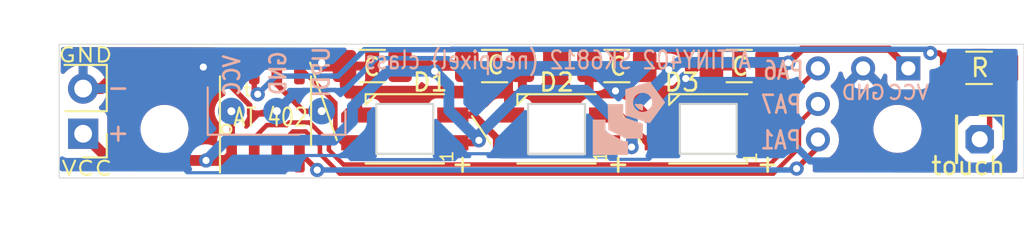
<source format=kicad_pcb>
(kicad_pcb (version 20221018) (generator pcbnew)
  (layers (0 "F.Cu" signal) (31 "B.Cu" signal) (34 "B.Paste" user) (35 "F.Paste" user) (36 "B.SilkS" user "B.Silkscreen") (37 "F.SilkS" user "F.Silkscreen") (38 "B.Mask" user) (39 "F.Mask" user) (44 "Edge.Cuts" user))
  (net 0 "")
  (net 1 "Net-(D1-VDD)")
  (net 2 "Net-(D1-DOUT)")
  (net 3 "Net-(D1-DIN)")
  (net 4 "Net-(D2-DOUT)")
  (net 5 "Net-(J1-Pin_1)")
  (net 6 "Net-(J2-Pin_3)")
  (net 7 "Net-(J2-Pin_2)")
  (net 8 "GNDREF")
  (net 9 "Net-(J3-Pin_1)")
  (net 10 "Net-(U1-PA3)")
  (net 11 "Net-(J2-Pin_1)")
  (footprint "Connector_PinHeader_2.54mm:PinHeader_1x02_P2.54mm_Vertical" (layer "F.Cu") (at 75.692 41.1954 180)
    (fp_text reference "J4" hide)
    (fp_text value "Conn_01x02")
    (fp_line (start -1.33 -1.33) (end 0 -1.33) (stroke (width 0.12)) (layer "F.SilkS"))
    (fp_line (start -1.33 0) (end -1.33 -1.33) (stroke (width 0.12)) (layer "F.SilkS"))
    (fp_line (start -1.33 1.27) (end -1.33 3.87) (stroke (width 0.12)) (layer "F.SilkS"))
    (fp_line (start -1.33 1.27) (end 1 1.27) (stroke (width 0.12)) (layer "F.SilkS"))
    (fp_line (start -1.33 3.87) (end 1.05 3.87) (stroke (width 0.12)) (layer "F.SilkS"))
    (pad "1" thru_hole rect (at 0 0 180) (size 1.7 1.7) (drill 1) (layers "*.Cu" "*.Mask") (net 1 "Net-(D1-VDD)"))
    (pad "2" thru_hole oval (at 0 2.54 180) (size 1.7 1.7) (drill 1) (layers "*.Cu" "*.Mask") (net 8 "GNDREF"))
  )
  (footprint "attiny84:Pin_1x01_P2.00mm_Vertical" (layer "F.Cu") (at 119.5324 37.5204)
    (fp_text reference "J6" hide)
    (fp_text value "Conn_01x01_Pin")
    (pad "1" thru_hole circle (at 0 0) (size 1.35 1.35) (drill 0.8) (layers "*.Cu" "*.Mask") (net 8 "GNDREF"))
  )
  (footprint "Capacitor_SMD:C_1206_3216Metric_Pad1.33x1.80mm_HandSolder" (layer "F.Cu") (at 112.568234 37.3888 180)
    (fp_text reference "C1" hide)
    (fp_text value ".1")
    (fp_line (start -0.711252 -0.91) (end 0.711252 -0.91) (stroke (width 0.12)) (layer "F.SilkS"))
    (fp_line (start -0.711252 0.91) (end 0.711252 0.91) (stroke (width 0.12)) (layer "F.SilkS"))
    (pad "1" smd roundrect (at -1.5625 0 180) (size 1.325 1.8) (layers "F.Cu" "F.Paste" "F.Mask") (roundrect_rratio 0.188679) (net 1 "Net-(D1-VDD)"))
    (pad "2" smd roundrect (at 1.5625 0 180) (size 1.325 1.8) (layers "F.Cu" "F.Paste" "F.Mask") (roundrect_rratio 0.188679) (net 8 "GNDREF"))
  )
  (footprint "attiny84:LED_SK6812E_PLCC4_3.5x3.5mm_P1.75mm_handsolder" (layer "F.Cu") (at 93.7704 40.9204 180)
    (fp_text reference "D1" (at -1.4296 2.6204) (layer "F.SilkS"))
    (fp_text value "SK6812")
    (fp_text user "1" (at -2.3686 -1.5484 90) (layer "F.SilkS") (effects (font (size 0.7 0.7) (thickness 0.1))))
    (fp_line (start -2.2 -1.95) (end 2.2 -1.95) (stroke (width 0.12)) (layer "F.SilkS"))
    (fp_line (start -2.2 1.95) (end 2.2 1.95) (stroke (width 0.12)) (layer "F.SilkS"))
    (fp_line (start 1.6 1.95) (end 2.2 1.35) (stroke (width 0.12)) (layer "F.SilkS"))
    (fp_line (start 2.2 1.95) (end 2.2 1.35) (stroke (width 0.12)) (layer "F.SilkS"))
    (fp_rect (start -1.6 -1.4) (end 1.6 1.4) (stroke (width 0.12)) (fill none) (layer "Edge.Cuts"))
    (pad "1" smd rect (at -2.7 -0.78 180) (size 1.75 0.85) (layers "F.Cu" "F.Paste" "F.Mask") (net 1 "Net-(D1-VDD)"))
    (pad "2" smd rect (at -2.7 0.78 180) (size 1.75 0.85) (layers "F.Cu" "F.Paste" "F.Mask") (net 2 "Net-(D1-DOUT)"))
    (pad "3" smd roundrect (at 2.7 0.78 180) (size 1.75 0.85) (layers "F.Cu" "F.Paste" "F.Mask") (roundrect_rratio 0) (chamfer_ratio 0.4) (chamfer bottom_right) (net 8 "GNDREF"))
    (pad "4" smd rect (at 2.7 -0.78 180) (size 1.75 0.85) (layers "F.Cu" "F.Paste" "F.Mask") (net 3 "Net-(D1-DIN)"))
  )
  (footprint "Resistor_SMD:R_1206_3216Metric_Pad1.30x1.75mm_HandSolder" (layer "F.Cu") (at 126.05 37.4904)
    (fp_text reference "R1" hide)
    (fp_text value "10K")
    (fp_line (start -0.727064 -0.91) (end 0.727064 -0.91) (stroke (width 0.12)) (layer "F.SilkS"))
    (fp_line (start -0.727064 0.91) (end 0.727064 0.91) (stroke (width 0.12)) (layer "F.SilkS"))
    (pad "1" smd roundrect (at -1.55 0) (size 1.3 1.75) (layers "F.Cu" "F.Paste" "F.Mask") (roundrect_rratio 0.192308) (net 10 "Net-(U1-PA3)"))
    (pad "2" smd roundrect (at 1.55 0) (size 1.3 1.75) (layers "F.Cu" "F.Paste" "F.Mask") (roundrect_rratio 0.192308) (net 5 "Net-(J1-Pin_1)"))
  )
  (footprint "Connector_PinHeader_2.54mm:PinHeader_1x01_P2.54mm_Vertical" (layer "F.Cu") (at 126.0856 41.5036 -90)
    (fp_text reference "J1" hide)
    (fp_text value "Conn_01x01_Pin")
    (fp_line (start -1.33 -1.33) (end 0 -1.33) (stroke (width 0.12)) (layer "F.SilkS"))
    (fp_line (start -1.33 0) (end -1.33 -1.33) (stroke (width 0.12)) (layer "F.SilkS"))
    (fp_line (start -1.33 1.27) (end -1.33 1.33) (stroke (width 0.12)) (layer "F.SilkS"))
    (fp_line (start -1.33 1.27) (end 1.33 1.27) (stroke (width 0.12)) (layer "F.SilkS"))
    (fp_line (start -1.33 1.33) (end 1.33 1.33) (stroke (width 0.12)) (layer "F.SilkS"))
    (fp_line (start 1.33 1.27) (end 1.33 1.33) (stroke (width 0.12)) (layer "F.SilkS"))
    (pad "1" thru_hole roundrect (at 0 0 270) (size 1.6 1.6) (drill 0.9) (layers "*.Cu" "*.Mask") (roundrect_rratio 0) (chamfer_ratio 0.2) (chamfer top_left top_right bottom_left bottom_right) (net 5 "Net-(J1-Pin_1)"))
  )
  (footprint "Capacitor_SMD:C_1206_3216Metric_Pad1.33x1.80mm_HandSolder" (layer "F.Cu") (at 105.6933 37.3888 180)
    (fp_text reference "C4" hide)
    (fp_text value ".1")
    (fp_line (start -0.711252 -0.91) (end 0.711252 -0.91) (stroke (width 0.12)) (layer "F.SilkS"))
    (fp_line (start -0.711252 0.91) (end 0.711252 0.91) (stroke (width 0.12)) (layer "F.SilkS"))
    (pad "1" smd roundrect (at -1.5625 0 180) (size 1.325 1.8) (layers "F.Cu" "F.Paste" "F.Mask") (roundrect_rratio 0.188679) (net 1 "Net-(D1-VDD)"))
    (pad "2" smd roundrect (at 1.5625 0 180) (size 1.325 1.8) (layers "F.Cu" "F.Paste" "F.Mask") (roundrect_rratio 0.188679) (net 8 "GNDREF"))
  )
  (footprint "attiny84:LED_SK6812E_PLCC4_3.5x3.5mm_P1.75mm_handsolder" (layer "F.Cu") (at 110.8308 40.9204 180)
    (fp_text reference "D3" (at 1.4838 2.6172) (layer "F.SilkS"))
    (fp_text value "SK6812")
    (fp_text user "1" (at -2.377 -1.6246 90) (layer "F.SilkS") (effects (font (size 0.7 0.7) (thickness 0.1))))
    (fp_line (start -2.2 -1.95) (end 2.2 -1.95) (stroke (width 0.12)) (layer "F.SilkS"))
    (fp_line (start -2.2 1.95) (end 2.2 1.95) (stroke (width 0.12)) (layer "F.SilkS"))
    (fp_line (start 1.6 1.95) (end 2.2 1.35) (stroke (width 0.12)) (layer "F.SilkS"))
    (fp_line (start 2.2 1.95) (end 2.2 1.35) (stroke (width 0.12)) (layer "F.SilkS"))
    (fp_rect (start -1.6 -1.4) (end 1.6 1.4) (stroke (width 0.12)) (fill none) (layer "Edge.Cuts"))
    (pad "1" smd rect (at -2.7 -0.78 180) (size 1.75 0.85) (layers "F.Cu" "F.Paste" "F.Mask") (net 1 "Net-(D1-VDD)"))
    (pad "2" smd rect (at -2.7 0.78 180) (size 1.75 0.85) (layers "F.Cu" "F.Paste" "F.Mask"))
    (pad "3" smd roundrect (at 2.7 0.78 180) (size 1.75 0.85) (layers "F.Cu" "F.Paste" "F.Mask") (roundrect_rratio 0) (chamfer_ratio 0.4) (chamfer bottom_right) (net 8 "GNDREF"))
    (pad "4" smd rect (at 2.7 -0.78 180) (size 1.75 0.85) (layers "F.Cu" "F.Paste" "F.Mask") (net 4 "Net-(D2-DOUT)"))
  )
  (footprint "Capacitor_SMD:C_1206_3216Metric_Pad1.33x1.80mm_HandSolder" (layer "F.Cu") (at 98.818367 37.3888)
    (fp_text reference "C3" hide)
    (fp_text value ".1")
    (fp_line (start -0.711252 -0.91) (end 0.711252 -0.91) (stroke (width 0.12)) (layer "F.SilkS"))
    (fp_line (start -0.711252 0.91) (end 0.711252 0.91) (stroke (width 0.12)) (layer "F.SilkS"))
    (pad "1" smd roundrect (at -1.5625 0) (size 1.325 1.8) (layers "F.Cu" "F.Paste" "F.Mask") (roundrect_rratio 0.188679) (net 1 "Net-(D1-VDD)"))
    (pad "2" smd roundrect (at 1.5625 0) (size 1.325 1.8) (layers "F.Cu" "F.Paste" "F.Mask") (roundrect_rratio 0.188679) (net 8 "GNDREF"))
  )
  (footprint "attiny84:Pin_1x01_P2.00mm_Vertical" (layer "F.Cu") (at 122.0724 37.5204)
    (fp_text reference "J5" hide)
    (fp_text value "Conn_01x01_Pin")
    (pad "1" thru_hole rect (at 0 0) (size 1.35 1.35) (drill 0.8) (layers "*.Cu" "*.Mask") (net 1 "Net-(D1-VDD)"))
  )
  (footprint "MountingHole:MountingHole_2.2mm_M2" (layer "F.Cu") (at 121.4628 40.9204)
    (fp_text reference "H2" hide)
    (fp_text value "MountingHole")
    (pad "" np_thru_hole circle (at 0 0) (size 2.2 2.2) (drill 2.2) (layers "*.Cu" "*.Mask"))
  )
  (footprint "Package_SO:SOIC-8_3.9x4.9mm_P1.27mm" (layer "F.Cu") (at 85.943 39.9204 90)
    (fp_text reference "U1" hide)
    (fp_text value "ATtiny402-SS")
    (fp_line (start 0 -2.56) (end -3.45 -2.56) (stroke (width 0.12)) (layer "F.SilkS"))
    (fp_line (start 0 -2.56) (end 1.95 -2.56) (stroke (width 0.12)) (layer "F.SilkS"))
    (fp_line (start 0 2.56) (end -1.95 2.56) (stroke (width 0.12)) (layer "F.SilkS"))
    (fp_line (start 0 2.56) (end 1.95 2.56) (stroke (width 0.12)) (layer "F.SilkS"))
    (pad "1" smd roundrect (at -2.475 -1.905 90) (size 1.95 0.6) (layers "F.Cu" "F.Paste" "F.Mask") (net 1 "Net-(D1-VDD)"))
    (pad "2" smd roundrect (at -2.475 -0.635 90) (size 1.95 0.6) (layers "F.Cu" "F.Paste" "F.Mask") (net 11 "Net-(J2-Pin_1)"))
    (pad "3" smd roundrect (at -2.475 0.635 90) (size 1.95 0.6) (layers "F.Cu" "F.Paste" "F.Mask") (net 7 "Net-(J2-Pin_2)"))
    (pad "4" smd roundrect (at -2.475 1.905 90) (size 1.95 0.6) (layers "F.Cu" "F.Paste" "F.Mask") (net 6 "Net-(J2-Pin_3)"))
    (pad "5" smd roundrect (at 2.475 1.905 90) (size 1.95 0.6) (layers "F.Cu" "F.Paste" "F.Mask") (net 3 "Net-(D1-DIN)"))
    (pad "6" smd roundrect (at 2.475 0.635 90) (size 1.95 0.6) (layers "F.Cu" "F.Paste" "F.Mask") (net 9 "Net-(J3-Pin_1)"))
    (pad "7" smd roundrect (at 2.475 -0.635 90) (size 1.95 0.6) (layers "F.Cu" "F.Paste" "F.Mask") (net 10 "Net-(U1-PA3)"))
    (pad "8" smd roundrect (at 2.475 -1.905 90) (size 1.95 0.6) (layers "F.Cu" "F.Paste" "F.Mask") (net 8 "GNDREF"))
  )
  (footprint "attiny84:LED_SK6812E_PLCC4_3.5x3.5mm_P1.75mm_handsolder" (layer "F.Cu") (at 102.3006 40.9204 180)
    (fp_text reference "D2" (at -0.0106 2.6172) (layer "F.SilkS"))
    (fp_text value "SK6812")
    (fp_text user "1" (at -2.4744 -1.5484 90) (layer "F.SilkS") (effects (font (size 0.7 0.7) (thickness 0.1))))
    (fp_line (start -2.2 -1.95) (end 2.2 -1.95) (stroke (width 0.12)) (layer "F.SilkS"))
    (fp_line (start -2.2 1.95) (end 2.2 1.95) (stroke (width 0.12)) (layer "F.SilkS"))
    (fp_line (start 1.6 1.95) (end 2.2 1.35) (stroke (width 0.12)) (layer "F.SilkS"))
    (fp_line (start 2.2 1.95) (end 2.2 1.35) (stroke (width 0.12)) (layer "F.SilkS"))
    (fp_rect (start -1.6 -1.4) (end 1.6 1.4) (stroke (width 0.12)) (fill none) (layer "Edge.Cuts"))
    (pad "1" smd rect (at -2.7 -0.78 180) (size 1.75 0.85) (layers "F.Cu" "F.Paste" "F.Mask") (net 1 "Net-(D1-VDD)"))
    (pad "2" smd rect (at -2.7 0.78 180) (size 1.75 0.85) (layers "F.Cu" "F.Paste" "F.Mask") (net 4 "Net-(D2-DOUT)"))
    (pad "3" smd roundrect (at 2.7 0.78 180) (size 1.75 0.85) (layers "F.Cu" "F.Paste" "F.Mask") (roundrect_rratio 0) (chamfer_ratio 0.4) (chamfer bottom_right) (net 8 "GNDREF"))
    (pad "4" smd rect (at 2.7 -0.78 180) (size 1.75 0.85) (layers "F.Cu" "F.Paste" "F.Mask") (net 2 "Net-(D1-DOUT)"))
  )
  (footprint "MountingHole:MountingHole_2.2mm_M2" (layer "F.Cu") (at 80.264 40.9204)
    (fp_text reference "H1" hide)
    (fp_text value "MountingHole")
    (pad "" np_thru_hole circle (at 0 0) (size 2.2 2.2) (drill 2.2) (layers "*.Cu" "*.Mask"))
  )
  (footprint "Capacitor_SMD:C_1206_3216Metric_Pad1.33x1.80mm_HandSolder" (layer "F.Cu") (at 91.943434 37.3888 180)
    (fp_text reference "C2" hide)
    (fp_text value ".1")
    (fp_line (start -0.711252 -0.91) (end 0.711252 -0.91) (stroke (width 0.12)) (layer "F.SilkS"))
    (fp_line (start -0.711252 0.91) (end 0.711252 0.91) (stroke (width 0.12)) (layer "F.SilkS"))
    (pad "1" smd roundrect (at -1.5625 0 180) (size 1.325 1.8) (layers "F.Cu" "F.Paste" "F.Mask") (roundrect_rratio 0.188679) (net 1 "Net-(D1-VDD)"))
    (pad "2" smd roundrect (at 1.5625 0 180) (size 1.325 1.8) (layers "F.Cu" "F.Paste" "F.Mask") (roundrect_rratio 0.188679) (net 8 "GNDREF"))
  )
  (footprint "attiny84:PinHeader_1x03_P2.00mm_Vertical_round" (layer "F.Cu") (at 116.9924 37.5204)
    (fp_text reference "J2" hide)
    (fp_text value "Conn_01x03_Pin")
    (pad "1" thru_hole circle (at 0 0) (size 1.35 1.35) (drill 0.8) (layers "*.Cu" "*.Mask") (net 11 "Net-(J2-Pin_1)"))
    (pad "2" thru_hole oval (at 0 2) (size 1.35 1.35) (drill 0.8) (layers "*.Cu" "*.Mask") (net 7 "Net-(J2-Pin_2)"))
    (pad "3" thru_hole oval (at 0 4) (size 1.35 1.35) (drill 0.8) (layers "*.Cu" "*.Mask") (net 6 "Net-(J2-Pin_3)"))
  )
  (footprint "attiny84:PinHeader_1x03_P2.54mm_Vertical_smd" (layer "B.Cu") (at 89.1032 39.9204 90)
    (fp_text reference "J3" hide)
    (fp_text value "Conn_01x03_Pin")
    (fp_line (start -1.33 -6.41) (end 1.33 -6.41) (stroke (width 0.12)) (layer "B.SilkS"))
    (fp_line (start -1.33 -1.27) (end -1.33 -6.41) (stroke (width 0.12)) (layer "B.SilkS"))
    (fp_line (start -1.33 0) (end -1.33 1.33) (stroke (width 0.12)) (layer "B.SilkS"))
    (fp_line (start -1.33 1.33) (end 0 1.33) (stroke (width 0.12)) (layer "B.SilkS"))
    (pad "1" smd circle (at 0 0 90) (size 1.5 1.5) (layers "B.Cu" "B.Paste" "B.Mask") (net 9 "Net-(J3-Pin_1)"))
    (pad "2" smd circle (at 0 -2.54 90) (size 1.5 1.5) (layers "B.Cu" "B.Paste" "B.Mask") (net 8 "GNDREF"))
    (pad "3" smd circle (at 0 -5.08 90) (size 1.5 1.5) (layers "B.Cu" "B.Paste" "B.Mask") (net 1 "Net-(D1-VDD)"))
  )
  (gr_poly (pts (xy 106.052001 40.252539) (xy 106.05 39.526162) (xy 105.327616 39.530861) (xy 105.309275 39.527496) (xy 105.291657 39.525086) (xy 105.274868 39.523771) (xy 105.266817 39.523567) (xy 105.259014 39.523689) (xy 105.251471 39.524154) (xy 105.2442 39.52498) (xy 105.237217 39.526184) (xy 105.230533 39.527784) (xy 105.224162 39.529797) (xy 105.218117 39.53224) (xy 105.212412 39.53513) (xy 105.207058 39.538486) (xy 105.202071 39.542325) (xy 105.197462 39.546664) (xy 105.193246 39.55152) (xy 105.189434 39.556911) (xy 105.186042 39.562854) (xy 105.18308 39.569367) (xy 105.180564 39.576467) (xy 105.178506 39.584172) (xy 105.176919 39.592498) (xy 105.175816 39.601464) (xy 105.175211 39.611087) (xy 105.175117 39.621384) (xy 105.175546 39.632373) (xy 105.176513 39.644071) (xy 105.178031 39.656495) (xy 105.180112 39.669663) (xy 105.207711 40.975941) (xy 106.197901 41.470988) (xy 106.979495 41.466288) (xy 106.997848 41.465567) (xy 107.015442 41.465868) (xy 107.048072 41.467875) (xy 107.062971 41.468749) (xy 107.076833 41.468984) (xy 107.089591 41.468163) (xy 107.095533 41.467227) (xy 107.101174 41.46587) (xy 107.106503 41.464043) (xy 107.111513 41.461691) (xy 107.116196 41.458764) (xy 107.120541 41.45521) (xy 107.124541 41.450976) (xy 107.128187 41.44601) (xy 107.131471 41.440261) (xy 107.134383 41.433677) (xy 107.136916 41.426205) (xy 107.13906 41.417794) (xy 107.140807 41.408392) (xy 107.142148 41.397947) (xy 107.143076 41.386406) (xy 107.14358 41.373719) (xy 107.143652 41.359832) (xy 107.143285 41.344695) (xy 107.161172 40.634949)) (fill solid) (layer "B.SilkS"))
  (gr_poly (pts (xy 106.313056 41.607333) (xy 106.053179 41.6052) (xy 105.055571 41.054158) (xy 105.055571 40.398146) (xy 104.335488 40.398146) (xy 104.335488 42.385989) (xy 106.319855 42.385989)) (fill solid) (layer "B.SilkS"))
  (gr_poly (pts (xy 107.160517 39.596178) (xy 107.159508 39.591741) (xy 107.158137 39.587339) (xy 107.156423 39.582981) (xy 107.154385 39.578677) (xy 107.152043 39.574438) (xy 107.149414 39.570273) (xy 107.14652 39.566192) (xy 107.143377 39.562205) (xy 107.140006 39.558322) (xy 107.136425 39.554552) (xy 107.132654 39.550907) (xy 107.128712 39.547394) (xy 107.124617 39.544025) (xy 107.120389 39.540809) (xy 107.116046 39.537756) (xy 107.111609 39.534877) (xy 107.107095 39.53218) (xy 107.102524 39.529676) (xy 107.097915 39.527374) (xy 107.093287 39.525285) (xy 107.088659 39.523419) (xy 107.08405 39.521784) (xy 107.079479 39.520392) (xy 107.074965 39.519252) (xy 107.070528 39.518374) (xy 107.066186 39.517768) (xy 107.061958 39.517443) (xy 107.057863 39.51741) (xy 107.053921 39.517679) (xy 107.050151 39.518259) (xy 107.046571 39.51916) (xy 106.682593 39.517159) (xy 106.699787 39.551724) (xy 106.720085 39.586193) (xy 106.743177 39.620256) (xy 106.768756 39.653606) (xy 106.796513 39.685934) (xy 106.826139 39.716932) (xy 106.857327 39.746293) (xy 106.889767 39.773707) (xy 106.923152 39.798866) (xy 106.957173 39.821462) (xy 106.991521 39.841187) (xy 107.025889 39.857732) (xy 107.042984 39.864716) (xy 107.059968 39.87079) (xy 107.076802 39.875914) (xy 107.093449 39.880051) (xy 107.109869 39.883162) (xy 107.126024 39.885208) (xy 107.141876 39.886151) (xy 107.157386 39.885953) (xy 107.161145 39.60064)) (fill solid) (layer "B.SilkS"))
  (gr_poly (pts (xy 107.538052 38.254878) (xy 106.167155 38.697779) (xy 106.167155 40.161811) (xy 107.140755 40.474475) (xy 107.140755 39.966357) (xy 107.114162 39.965688) (xy 107.08775 39.963713) (xy 107.061563 39.96045) (xy 107.035645 39.955918) (xy 107.010039 39.950134) (xy 106.984791 39.943116) (xy 106.959943 39.934884) (xy 106.93554 39.925455) (xy 106.911626 39.914847) (xy 106.888245 39.903079) (xy 106.86544 39.890169) (xy 106.843256 39.876136) (xy 106.821736 39.860996) (xy 106.800925 39.844769) (xy 106.780867 39.827473) (xy 106.761605 39.809126) (xy 106.743276 39.789848) (xy 106.725998 39.769773) (xy 106.70979 39.748947) (xy 106.69467 39.727412) (xy 106.680656 39.705212) (xy 106.667767 39.682391) (xy 106.65602 39.658993) (xy 106.645435 39.635062) (xy 106.636028 39.61064) (xy 106.627818 39.585772) (xy 106.620823 39.560501) (xy 106.615062 39.534872) (xy 106.610553 39.508927) (xy 106.607314 39.482711) (xy 106.605363 39.456267) (xy 106.604718 39.429638) (xy 106.605435 39.402058) (xy 106.607524 39.374841) (xy 106.61095 39.34802) (xy 106.61568 39.321629) (xy 106.621681 39.295702) (xy 106.628918 39.270271) (xy 106.637358 39.245372) (xy 106.646967 39.221037) (xy 106.657712 39.1973) (xy 106.669559 39.174195) (xy 106.682474 39.151756) (xy 106.696423 39.130015) (xy 106.711373 39.109007) (xy 106.72729 39.088765) (xy 106.74414 39.069324) (xy 106.761891 39.050716) (xy 106.780507 39.032975) (xy 106.799955 39.016134) (xy 106.820202 39.000229) (xy 106.841214 38.985291) (xy 106.862957 38.971355) (xy 106.885398 38.958455) (xy 106.908502 38.946623) (xy 106.932237 38.935894) (xy 106.956568 38.926302) (xy 106.981462 38.917879) (xy 107.006885 38.91066) (xy 107.032803 38.904678) (xy 107.059183 38.899966) (xy 107.085991 38.89656) (xy 107.113193 38.894491) (xy 107.140755 38.893794) (xy 107.167349 38.894439) (xy 107.193763 38.89639) (xy 107.219953 38.899629) (xy 107.245876 38.904138) (xy 107.271486 38.909899) (xy 107.296741 38.916894) (xy 107.321596 38.925104) (xy 107.346008 38.934511) (xy 107.369931 38.945097) (xy 107.393323 38.956843) (xy 107.41614 38.969733) (xy 107.438337 38.983747) (xy 107.45987 38.998867) (xy 107.480696 39.015075) (xy 107.50077 39.032353) (xy 107.520049 39.050683) (xy 107.538396 39.069945) (xy 107.555692 39.090004) (xy 107.571918 39.110815) (xy 107.587058 39.132335) (xy 107.601091 39.154519) (xy 107.614001 39.177324) (xy 107.625769 39.200706) (xy 107.636376 39.22462) (xy 107.645805 39.249023) (xy 107.654037 39.27387) (xy 107.661054 39.299119) (xy 107.666838 39.324724) (xy 107.671371 39.350642) (xy 107.674634 39.37683) (xy 107.676609 39.403242) (xy 107.677277 39.429822) (xy 107.676633 39.456418) (xy 107.674681 39.482847) (xy 107.671439 39.509052) (xy 107.666926 39.534989) (xy 107.66116 39.560613) (xy 107.654158 39.585882) (xy 107.645941 39.61075) (xy 107.636524 39.635173) (xy 107.625928 39.659109) (xy 107.614169 39.682511) (xy 107.601266 39.705337) (xy 107.587238 39.727543) (xy 107.572103 39.749084) (xy 107.555879 39.769916) (xy 107.538584 39.789996) (xy 107.520236 39.809279) (xy 107.500955 39.827629) (xy 107.480877 39.844926) (xy 107.460046 39.861152) (xy 107.438506 39.876289) (xy 107.416302 39.890319) (xy 107.393476 39.903224) (xy 107.370074 39.914985) (xy 107.346139 39.925583) (xy 107.321715 39.935002) (xy 107.296846 39.943222) (xy 107.271577 39.950226) (xy 107.24595 39.955995) (xy 107.220011 39.960511) (xy 107.193802 39.963755) (xy 107.167369 39.96571) (xy 107.140755 39.966357) (xy 107.140755 40.474475) (xy 107.5463 40.604712) (xy 108.404444 39.431735)) (fill solid) (layer "B.SilkS"))
  (gr_line (start 88.45 37.2) (end 89.95 41.55) (stroke (width 0.12)) (layer "F.SilkS"))
  (gr_circle (center 83.749634 40.9448) (end 83.851234 41.1988) (stroke (width 0.12)) (fill none) (layer "F.SilkS"))
  (gr_line (start 106 40.15) (end 107.05 41.65) (stroke (width 0.12)) (layer "F.SilkS"))
  (gr_line (start 97.55 40.2) (end 98.6 41.75) (stroke (width 0.12)) (layer "F.SilkS"))
  (gr_rect (start 74.3458 36.1612) (end 128.5732 43.6796) (stroke (width 0.05)) (fill none) (layer "Edge.Cuts"))
  (gr_text "PA1" (at 116.1288 42.1386) (layer "B.SilkS") (effects (font (size 1 0.8)) (justify left bottom mirror)))
  (gr_text "GND" (at 120.8532 39.3446) (layer "B.SilkS") (effects (font (size 0.8 0.8) (thickness 0.13)) (justify left bottom mirror)))
  (gr_text "PA6" (at 116.2812 38.227) (layer "B.SilkS") (effects (font (size 1 0.8)) (justify left bottom mirror)))
  (gr_text "UPDI" (at 89.6112 36.2204 90) (layer "B.SilkS") (effects (font (size 0.9 0.8)) (justify left bottom mirror)))
  (gr_text "-" (at 78.3844 39.1668) (layer "B.SilkS") (effects (font (size 1 1)) (justify left bottom mirror)))
  (gr_text "VCC" (at 84.582 36.6776 90) (layer "B.SilkS") (effects (font (size 0.9 0.8)) (justify left bottom mirror)))
  (gr_text "VCC" (at 123.317 39.3446) (layer "B.SilkS") (effects (font (size 0.8 0.8) (thickness 0.13)) (justify left bottom mirror)))
  (gr_text "ATTINY402 SK6812 (neopixel) class" (at 113.3094 37.6428) (layer "B.SilkS") (effects (font (size 1 0.8) (thickness 0.13)) (justify left bottom mirror)))
  (gr_text "PA7" (at 116.1542 40.132) (layer "B.SilkS") (effects (font (size 1 0.8)) (justify left bottom mirror)))
  (gr_text "GND" (at 87.1728 36.4744 90) (layer "B.SilkS") (effects (font (size 0.9 0.8)) (justify left bottom mirror)))
  (gr_text "+" (at 78.3844 41.7068) (layer "B.SilkS") (effects (font (size 1 1)) (justify left bottom mirror)))
  (gr_text "AT 402" (at 84.05 40.85) (layer "F.SilkS") (effects (font (size 1 0.8) (thickness 0.12)) (justify left bottom)))
  (gr_text "t" (at 84.65 39.15) (layer "F.SilkS") (effects (font (size 0.7 0.7) (thickness 0.1)) (justify left bottom)))
  (gr_text "touch" (at 123.2662 43.5864) (layer "F.SilkS") (effects (font (size 1 1)) (justify left bottom)))
  (gr_text "R" (at 125.5014 38.0746) (layer "F.SilkS") (effects (font (size 1 1)) (justify left bottom)))
  (gr_text "VCC" (at 74.3966 43.6118) (layer "F.SilkS") (effects (font (size 0.8 1) (thickness 0.12)) (justify left bottom)))
  (gr_text "+" (at 96.3 43.45) (layer "F.SilkS") (effects (font (size 1 1)) (justify left bottom)))
  (gr_text "C" (at 98.3234 37.9222) (layer "F.SilkS") (effects (font (size 1 0.9)) (justify left bottom)))
  (gr_text "C" (at 112.0648 37.9984) (layer "F.SilkS") (effects (font (size 1 0.9)) (justify left bottom)))
  (gr_text "+" (at 105.05 43.45) (layer "F.SilkS") (effects (font (size 1 1)) (justify left bottom)))
  (gr_text "GND" (at 74.2188 37.2364) (layer "F.SilkS") (effects (font (size 0.8 1) (thickness 0.12)) (justify left bottom)))
  (gr_text "C" (at 105.2068 37.9984) (layer "F.SilkS") (effects (font (size 1 0.9)) (justify left bottom)))
  (gr_text "C" (at 91.3638 38.0238) (layer "F.SilkS") (effects (font (size 1 0.9)) (justify left bottom)))
  (gr_text "+" (at 113.45 43.45) (layer "F.SilkS") (effects (font (size 1 1)) (justify left bottom)))
  (segment (start 84.074 42.3594) (end 84.038 42.3954) (width 0.3048) (layer "F.Cu") (net 1))
  (segment (start 115.0874 37.442337) (end 115.0874 38.675584) (width 0.4064) (layer "F.Cu") (net 1))
  (segment (start 115.328837 37.2009) (end 115.0874 37.442337) (width 0.4064) (layer "F.Cu") (net 1))
  (segment (start 114.8874 38.875584) (end 114.8874 41.2718) (width 0.4064) (layer "F.Cu") (net 1))
  (segment (start 83.738 42.6954) (end 84.038 42.3954) (width 0.6096) (layer "F.Cu") (net 1))
  (segment (start 120.9942 36.4422) (end 122.0724 37.5204) (width 0.4064) (layer "F.Cu") (net 1))
  (segment (start 115.0874 38.675584) (end 114.8874 38.875584) (width 0.4064) (layer "F.Cu") (net 1))
  (segment (start 75.692 41.1954) (end 77.192 42.6954) (width 0.6096) (layer "F.Cu") (net 1))
  (segment (start 97.217067 37.35) (end 97.255867 37.3888) (width 0.6096) (layer "F.Cu") (net 1))
  (segment (start 115.140937 37.3888) (end 113.605734 37.3888) (width 0.4064) (layer "F.Cu") (net 1))
  (segment (start 115.328837 37.2009) (end 115.140937 37.3888) (width 0.4064) (layer "F.Cu") (net 1))
  (segment (start 114.4588 41.7004) (end 113.4808 41.7004) (width 0.4064) (layer "F.Cu") (net 1))
  (segment (start 106.519005 41.943995) (end 105.194195 41.943995) (width 0.4064) (layer "F.Cu") (net 1))
  (segment (start 114.8874 41.2718) (end 114.4588 41.7004) (width 0.4064) (layer "F.Cu") (net 1))
  (segment (start 108.4072 37.3888) (end 106.7308 37.3888) (width 0.4064) (layer "F.Cu") (net 1))
  (segment (start 97.934343 41.563933) (end 97.797876 41.7004) (width 0.4064) (layer "F.Cu") (net 1))
  (segment (start 116.087537 36.4422) (end 120.9942 36.4422) (width 0.4064) (layer "F.Cu") (net 1))
  (segment (start 95.777 37.35) (end 97.217067 37.35) (width 0.6096) (layer "F.Cu") (net 1))
  (segment (start 95.45 37.677) (end 95.1618 37.3888) (width 0.6096) (layer "F.Cu") (net 1))
  (segment (start 95.45 37.677) (end 95.777 37.35) (width 0.6096) (layer "F.Cu") (net 1))
  (segment (start 97.797876 41.7004) (end 96.4204 41.7004) (width 0.4064) (layer "F.Cu") (net 1))
  (segment (start 115.328837 37.2009) (end 116.087537 36.4422) (width 0.4064) (layer "F.Cu") (net 1))
  (segment (start 82.6008 42.6954) (end 83.738 42.6954) (width 0.6096) (layer "F.Cu") (net 1))
  (segment (start 77.192 42.6954) (end 82.6008 42.6954) (width 0.6096) (layer "F.Cu") (net 1))
  (segment (start 108.6104 37.592) (end 108.4072 37.3888) (width 0.4064) (layer "F.Cu") (net 1))
  (segment (start 95.1618 37.3888) (end 93.505934 37.3888) (width 0.6096) (layer "F.Cu") (net 1))
  (segment (start 84.074 39.9288) (end 84.074 42.3594) (width 0.3048) (layer "F.Cu") (net 1))
  (segment (start 105.194195 41.943995) (end 104.9506 41.7004) (width 0.4064) (layer "F.Cu") (net 1))
  (via (at 108.6104 37.592) (size 0.8) (drill 0.4) (layers "F.Cu" "B.Cu") (net 1))
  (via (at 95.45 37.677) (size 0.8) (drill 0.4) (layers "F.Cu" "B.Cu") (net 1))
  (via (at 115.328837 37.2009) (size 0.8) (drill 0.4) (layers "F.Cu" "B.Cu") (net 1))
  (via (at 82.6008 42.6954) (size 0.8) (drill 0.4) (layers "F.Cu" "B.Cu") (net 1))
  (via (at 84.0232 39.9288) (size 0.85) (drill 0.45) (layers "F.Cu" "B.Cu") (net 1))
  (via (at 97.934343 41.563933) (size 0.8) (drill 0.4) (layers "F.Cu" "B.Cu") (net 1))
  (via (at 106.519005 41.943995) (size 0.8) (drill 0.4) (layers "F.Cu" "B.Cu") (net 1))
  (segment (start 96.25 38.477) (end 96.25 39.87959) (width 0.6096) (layer "B.Cu") (net 1))
  (segment (start 100.45 38.75) (end 103.95 38.75) (width 0.6096) (layer "B.Cu") (net 1))
  (segment (start 106.519005 39.851614) (end 106.519005 41.943995) (width 0.6096) (layer "B.Cu") (net 1))
  (segment (start 109.0676 37.1348) (end 115.262737 37.1348) (width 0.4064) (layer "B.Cu") (net 1))
  (segment (start 106.660972 39.541428) (end 106.660972 41.802028) (width 0.4064) (layer "B.Cu") (net 1))
  (segment (start 90.8304 39.6748) (end 90.8304 40.4876) (width 0.6096) (layer "B.Cu") (net 1))
  (segment (start 90.8304 40.4876) (end 89.7636 41.5544) (width 0.6096) (layer "B.Cu") (net 1))
  (segment (start 84.0656 39.9204) (end 84.074 39.9288) (width 0.3048) (layer "B.Cu") (net 1))
  (segment (start 89.7636 41.5544) (end 83.7418 41.5544) (width 0.6096) (layer "B.Cu") (net 1))
  (segment (start 96.25 39.87959) (end 97.934343 41.563933) (width 0.6096) (layer "B.Cu") (net 1))
  (segment (start 95.45 37.677) (end 96.25 38.477) (width 0.6096) (layer "B.Cu") (net 1))
  (segment (start 115.262737 37.1348) (end 115.328837 37.2009) (width 0.4064) (layer "B.Cu") (net 1))
  (segment (start 115.311799 37.183862) (end 109.186757 37.183862) (width 0.6096) (layer "B.Cu") (net 1))
  (segment (start 106.519005 41.319005) (end 106.519005 41.943995) (width 0.6096) (layer "B.Cu") (net 1))
  (segment (start 109.186757 37.183862) (end 106.519005 39.851614) (width 0.6096) (layer "B.Cu") (net 1))
  (segment (start 103.95 38.75) (end 106.519005 41.319005) (width 0.6096) (layer "B.Cu") (net 1))
  (segment (start 106.660972 41.802028) (end 106.519005 41.943995) (width 0.4064) (layer "B.Cu") (net 1))
  (segment (start 108.6104 37.592) (end 106.660972 39.541428) (width 0.4064) (layer "B.Cu") (net 1))
  (segment (start 95.45 37.677) (end 92.8282 37.677) (width 0.6096) (layer "B.Cu") (net 1))
  (segment (start 108.6104 37.592) (end 109.0676 37.1348) (width 0.4064) (layer "B.Cu") (net 1))
  (segment (start 84.059 39.9204) (end 84.0656 39.9204) (width 0.3048) (layer "B.Cu") (net 1))
  (segment (start 83.7418 41.5544) (end 82.6008 42.6954) (width 0.6096) (layer "B.Cu") (net 1))
  (segment (start 97.934343 41.563933) (end 97.934343 41.265657) (width 0.6096) (layer "B.Cu") (net 1))
  (segment (start 92.8282 37.677) (end 90.8304 39.6748) (width 0.6096) (layer "B.Cu") (net 1))
  (segment (start 115.328837 37.2009) (end 115.311799 37.183862) (width 0.6096) (layer "B.Cu") (net 1))
  (segment (start 97.934343 41.265657) (end 100.45 38.75) (width 0.6096) (layer "B.Cu") (net 1))
  (segment (start 96.4204 40.1404) (end 97.646 40.1404) (width 0.4064) (layer "F.Cu") (net 2))
  (segment (start 97.646 40.1404) (end 99.206 41.7004) (width 0.4064) (layer "F.Cu") (net 2))
  (segment (start 99.206 41.7004) (end 99.6506 41.7004) (width 0.4064) (layer "F.Cu") (net 2))
  (segment (start 90.2504 41.7004) (end 89.85 41.3) (width 0.254) (layer "F.Cu") (net 3))
  (segment (start 89.8684 39.4658) (end 87.848 37.4454) (width 0.254) (layer "F.Cu") (net 3))
  (segment (start 91.0704 41.7004) (end 90.2504 41.7004) (width 0.254) (layer "F.Cu") (net 3))
  (segment (start 89.85 41.3) (end 89.8684 41.2816) (width 0.254) (layer "F.Cu") (net 3))
  (segment (start 89.8684 41.2816) (end 89.8684 39.4658) (width 0.254) (layer "F.Cu") (net 3))
  (segment (start 105.8506 40.1404) (end 107.4106 41.7004) (width 0.4064) (layer "F.Cu") (net 4))
  (segment (start 107.4106 41.7004) (end 108.1808 41.7004) (width 0.4064) (layer "F.Cu") (net 4))
  (segment (start 104.9506 40.1404) (end 105.8506 40.1404) (width 0.4064) (layer "F.Cu") (net 4))
  (segment (start 126.6444 38.446) (end 126.6444 40.7924) (width 0.3048) (layer "F.Cu") (net 5))
  (segment (start 127.6 37.4904) (end 126.6444 38.446) (width 0.3048) (layer "F.Cu") (net 5))
  (segment (start 126.6444 40.7924) (end 125.9332 41.5036) (width 0.3048) (layer "F.Cu") (net 5))
  (segment (start 116.9924 41.953492) (end 116.9924 41.5204) (width 0.3048) (layer "F.Cu") (net 6))
  (segment (start 88.014786 42.3954) (end 88.849693 43.230307) (width 0.3048) (layer "F.Cu") (net 6))
  (segment (start 115.794946 43.150946) (end 116.9924 41.953492) (width 0.3048) (layer "F.Cu") (net 6))
  (segment (start 87.848 42.3954) (end 88.014786 42.3954) (width 0.3048) (layer "F.Cu") (net 6))
  (via (at 88.849693 43.230307) (size 0.8) (drill 0.4) (layers "F.Cu" "B.Cu") (net 6))
  (via (at 115.794946 43.150946) (size 0.8) (drill 0.4) (layers "F.Cu" "B.Cu") (net 6))
  (segment (start 115.682493 43.230307) (end 115.715585 43.230307) (width 0.3048) (layer "B.Cu") (net 6))
  (segment (start 115.715585 43.230307) (end 115.794946 43.150946) (width 0.3048) (layer "B.Cu") (net 6))
  (segment (start 88.849693 43.230307) (end 115.682493 43.230307) (width 0.3048) (layer "B.Cu") (net 6))
  (segment (start 89.0016 42.318866) (end 90.116734 43.434) (width 0.254) (layer "F.Cu") (net 7))
  (segment (start 115.9256 41.992865) (end 115.9256 40.5872) (width 0.254) (layer "F.Cu") (net 7))
  (segment (start 90.116734 43.434) (end 114.484465 43.434) (width 0.254) (layer "F.Cu") (net 7))
  (segment (start 114.484465 43.434) (end 115.9256 41.992865) (width 0.254) (layer "F.Cu") (net 7))
  (segment (start 115.9256 40.5872) (end 116.9924 39.5204) (width 0.254) (layer "F.Cu") (net 7))
  (segment (start 89.0016 41.863498) (end 89.0016 42.318866) (width 0.254) (layer "F.Cu") (net 7))
  (segment (start 86.578 42.3954) (end 86.578 41.979898) (width 0.254) (layer "F.Cu") (net 7))
  (segment (start 87.489898 41.068) (end 88.206102 41.068) (width 0.254) (layer "F.Cu") (net 7))
  (segment (start 88.206102 41.068) (end 89.0016 41.863498) (width 0.254) (layer "F.Cu") (net 7))
  (segment (start 86.578 41.979898) (end 87.489898 41.068) (width 0.254) (layer "F.Cu") (net 7))
  (segment (start 109.157862 38.466938) (end 108.1808 39.444) (width 0.4064) (layer "F.Cu") (net 8))
  (segment (start 90.424 38.4048) (end 90.424 37.431866) (width 0.6096) (layer "F.Cu") (net 8))
  (segment (start 99.6506 37.594067) (end 99.855867 37.3888) (width 0.4064) (layer "F.Cu") (net 8))
  (segment (start 105.6132 38.3462) (end 104.6558 37.3888) (width 0.4064) (layer "F.Cu") (net 8))
  (segment (start 90.424 38.4048) (end 90.7192 38.7) (width 0.4064) (layer "F.Cu") (net 8))
  (segment (start 91.0704 39.0512) (end 91.0704 40.1404) (width 0.6096) (layer "F.Cu") (net 8))
  (segment (start 110.2614 37.3888) (end 109.561538 38.088662) (width 0.4064) (layer "F.Cu") (net 8))
  (segment (start 85.05 40.0812) (end 85.05 39.583286) (width 0.3048) (layer "F.Cu") (net 8))
  (segment (start 86.614 39.9288) (end 86.4616 40.0812) (width 0.3048) (layer "F.Cu") (net 8))
  (segment (start 76.7114 38.6554) (end 75.692 38.6554) (width 0.6096) (layer "F.Cu") (net 8))
  (segment (start 84.038 38.571286) (end 84.038 37.4454) (width 0.3048) (layer "F.Cu") (net 8))
  (segment (start 85.05 39.583286) (end 84.038 38.571286) (width 0.3048) (layer "F.Cu") (net 8))
  (segment (start 108.1808 39.444) (end 108.1808 40.1404) (width 0.4064) (layer "F.Cu") (net 8))
  (segment (start 77.9214 37.4454) (end 76.7114 38.6554) (width 0.6096) (layer "F.Cu") (net 8))
  (segment (start 104.6558 37.3888) (end 99.855867 37.3888) (width 0.4064) (layer "F.Cu") (net 8))
  (segment (start 111.530734 37.3888) (end 110.2614 37.3888) (width 0.4064) (layer "F.Cu") (net 8))
  (segment (start 98.544667 38.7) (end 99.855867 37.3888) (width 0.4064) (layer "F.Cu") (net 8))
  (segment (start 89.2899 37.3888) (end 90.380934 37.3888) (width 0.6096) (layer "F.Cu") (net 8))
  (segment (start 108.1808 40.1404) (end 107.4074 40.1404) (width 0.4064) (layer "F.Cu") (net 8))
  (segment (start 90.424 37.431866) (end 90.380934 37.3888) (width 0.6096) (layer "F.Cu") (net 8))
  (segment (start 109.561538 38.466938) (end 109.157862 38.466938) (width 0.4064) (layer "F.Cu") (net 8))
  (segment (start 89.1032 37.2021) (end 89.2899 37.3888) (width 0.6096) (layer "F.Cu") (net 8))
  (segment (start 105.6132 38.7858) (end 105.6132 38.3462) (width 0.4064) (layer "F.Cu") (net 8))
  (segment (start 90.424 38.4048) (end 91.0704 39.0512) (width 0.6096) (layer "F.Cu") (net 8))
  (segment (start 84.038 37.4454) (end 77.9214 37.4454) (width 0.6096) (layer "F.Cu") (net 8))
  (segment (start 86.4616 40.0812) (end 85.05 40.0812) (width 0.3048) (layer "F.Cu") (net 8))
  (segment (start 107.4074 40.1404) (end 106.0528 38.7858) (width 0.4064) (layer "F.Cu") (net 8))
  (segment (start 99.6506 40.1404) (end 99.6506 37.594067) (width 0.4064) (layer "F.Cu") (net 8))
  (segment (start 90.7192 38.7) (end 98.544667 38.7) (width 0.4064) (layer "F.Cu") (net 8))
  (segment (start 109.561538 38.088662) (end 109.561538 38.466938) (width 0.4064) (layer "F.Cu") (net 8))
  (segment (start 106.0528 38.7858) (end 105.6132 38.7858) (width 0.4064) (layer "F.Cu") (net 8))
  (via (at 82.4484 37.4454) (size 0.8) (drill 0.4) (layers "F.Cu" "B.Cu") (net 8))
  (via (at 86.5782 39.9204) (size 0.85) (drill 0.45) (layers "F.Cu" "B.Cu") (net 8))
  (via (at 109.561538 38.088662) (size 0.8) (drill 0.4) (layers "F.Cu" "B.Cu") (net 8))
  (via (at 105.6132 38.7858) (size 0.8) (drill 0.4) (layers "F.Cu" "B.Cu") (net 8))
  (via (at 89.1032 37.2021) (size 0.8) (drill 0.4) (layers "F.Cu" "B.Cu") (net 8))
  (segment (start 91.9511 37.2079) (end 92.209 36.95) (width 0.254) (layer "B.Cu") (net 8))
  (segment (start 96.4579 37.2079) (end 97.6599 37.2079) (width 0.254) (layer "B.Cu") (net 8))
  (segment (start 116.5606 42.7228) (end 115.4684 41.6306) (width 0.4064) (layer "B.Cu") (net 8))
  (segment (start 89.1032 37.2021) (end 89.008 37.2973) (width 0.6096) (layer "B.Cu") (net 8))
  (segment (start 105.320095 42.632895) (end 107.506505 42.632895) (width 0.1778) (layer "B.Cu") (net 8))
  (segment (start 110.070776 38.5979) (end 113.4517 38.5979) (width 0.3048) (layer "B.Cu") (net 8))
  (segment (start 88.0872 38.735) (end 89.8652 38.735) (width 0.254) (layer "B.Cu") (net 8))
  (segment (start 96.2 36.95) (end 96.4579 37.2079) (width 0.254) (layer "B.Cu") (net 8))
  (segment (start 99.2124 42.4942) (end 105.1814 42.4942) (width 0.1778) (layer "B.Cu") (net 8))
  (segment (start 99.0346 42.3164) (end 99.2124 42.4942) (width 0.1778) (layer "B.Cu") (net 8))
  (segment (start 92.209 36.95) (end 96.2 36.95) (width 0.254) (layer "B.Cu") (net 8))
  (segment (start 118.8974 38.1554) (end 118.8974 42.0624) (width 0.3048) (layer "B.Cu") (net 8))
  (segment (start 89.8652 38.735) (end 90.424 38.735) (width 0.1778) (layer "B.Cu") (net 8))
  (segment (start 96.901 42.3164) (end 99.0346 42.3164) (width 0.1778) (layer "B.Cu") (net 8))
  (segment (start 118.8974 42.0624) (end 118.3894 42.5704) (width 0.3048) (layer "B.Cu") (net 8))
  (segment (start 80.7974 42.6466) (end 81.5351 43.3843) (width 0.1778) (layer "B.Cu") (net 8))
  (segment (start 90.5256 42.418) (end 90.7542 42.6466) (width 0.1778) (layer "B.Cu") (net 8))
  (segment (start 82.5965 37.2973) (end 82.4484 37.4454) (width 0.6096) (layer "B.Cu") (net 8))
  (segment (start 90.7542 42.6466) (end 96.5708 42.6466) (width 0.1778) (layer "B.Cu") (net 8))
  (segment (start 96.5708 42.6466) (end 96.901 42.3164) (width 0.1778) (layer "B.Cu") (net 8))
  (segment (start 113.4517 38.5979) (end 115.4684 40.6146) (width 0.3048) (layer "B.Cu") (net 8))
  (segment (start 118.3894 42.5704) (end 118.237 42.7228) (width 0.4064) (layer "B.Cu") (net 8))
  (segment (start 107.506505 42.632895) (end 108.077 42.0624) (width 0.1778) (layer "B.Cu") (net 8))
  (segment (start 87.9856 42.418) (end 90.5256 42.418) (width 0.1778) (layer "B.Cu") (net 8))
  (segment (start 81.5351 43.3843) (end 87.0193 43.3843) (width 0.1778) (layer "B.Cu") (net 8))
  (segment (start 119.5324 37.5204) (end 118.8974 38.1554) (width 0.3048) (layer "B.Cu") (net 8))
  (segment (start 118.237 42.7228) (end 116.5606 42.7228) (width 0.4064) (layer "B.Cu") (net 8))
  (segment (start 97.6599 37.2079) (end 98.1456 37.6936) (width 0.1778) (layer "B.Cu") (net 8))
  (segment (start 105.1814 42.4942) (end 105.320095 42.632895) (width 0.1778) (layer "B.Cu") (net 8))
  (segment (start 87.9856 38.8366) (end 88.0872 38.735) (width 0.254) (layer "B.Cu") (net 8))
  (segment (start 89.008 37.2973) (end 82.5965 37.2973) (width 0.6096) (layer "B.Cu") (net 8))
  (segment (start 109.561538 38.088662) (end 110.070776 38.5979) (width 0.3048) (layer "B.Cu") (net 8))
  (segment (start 90.4367 38.7223) (end 90.4748 38.6842) (width 0.1778) (layer "B.Cu") (net 8))
  (segment (start 90.4367 38.7223) (end 91.9511 37.2079) (width 0.1778) (layer "B.Cu") (net 8))
  (segment (start 87.0193 43.3843) (end 87.9856 42.418) (width 0.1778) (layer "B.Cu") (net 8))
  (segment (start 115.4684 40.6146) (end 115.4684 41.6306) (width 0.3048) (layer "B.Cu") (net 8))
  (segment (start 86.6056 39.9204) (end 86.614 39.9288) (width 0.3048) (layer "B.Cu") (net 8))
  (segment (start 86.599 39.9204) (end 86.6056 39.9204) (width 0.3048) (layer "B.Cu") (net 8))
  (segment (start 90.424 38.735) (end 90.4367 38.7223) (width 0.1778) (layer "B.Cu") (net 8))
  (segment (start 88.0864 39.9288) (end 86.578 38.4204) (width 0.3048) (layer "F.Cu") (net 9))
  (segment (start 86.578 38.4204) (end 86.578 37.4454) (width 0.3048) (layer "F.Cu") (net 9))
  (segment (start 89.154 39.9288) (end 88.0864 39.9288) (width 0.3048) (layer "F.Cu") (net 9))
  (via (at 89.1032 39.9204) (size 0.85) (drill 0.45) (layers "F.Cu" "B.Cu") (net 9))
  (segment (start 89.1456 39.9204) (end 89.154 39.9288) (width 0.3048) (layer "B.Cu") (net 9))
  (segment (start 89.139 39.9204) (end 89.1456 39.9204) (width 0.3048) (layer "B.Cu") (net 9))
  (segment (start 123.809391 36.655391) (end 124.6444 37.4904) (width 0.3048) (layer "F.Cu") (net 10))
  (segment (start 123.316521 36.655391) (end 123.809391 36.655391) (width 0.3048) (layer "F.Cu") (net 10))
  (segment (start 85.308 38.777231) (end 85.504596 38.973827) (width 0.3048) (layer "F.Cu") (net 10))
  (segment (start 85.308 37.4454) (end 85.308 38.777231) (width 0.3048) (layer "F.Cu") (net 10))
  (via (at 123.316521 36.655391) (size 0.8) (drill 0.4) (layers "F.Cu" "B.Cu") (net 10))
  (via (at 85.504596 38.973827) (size 0.8) (drill 0.4) (layers "F.Cu" "B.Cu") (net 10))
  (segment (start 96.398574 36.4706) (end 91.501955 36.4706) (width 0.3048) (layer "B.Cu") (net 10))
  (segment (start 86.523923 37.9545) (end 85.504596 38.973827) (width 0.3048) (layer "B.Cu") (net 10))
  (segment (start 123.316521 36.655391) (end 123.10963 36.4485) (width 0.3048) (layer "B.Cu") (net 10))
  (segment (start 91.501955 36.4706) (end 90.018055 37.9545) (width 0.3048) (layer "B.Cu") (net 10))
  (segment (start 96.420674 36.4485) (end 96.398574 36.4706) (width 0.3048) (layer "B.Cu") (net 10))
  (segment (start 123.10963 36.4485) (end 96.420674 36.4485) (width 0.3048) (layer "B.Cu") (net 10))
  (segment (start 90.018055 37.9545) (end 86.523923 37.9545) (width 0.3048) (layer "B.Cu") (net 10))
  (segment (start 85.308 41.4204) (end 86.021999 40.706401) (width 0.254) (layer "F.Cu") (net 11))
  (segment (start 90.32263 42.926) (end 114.27857 42.926) (width 0.254) (layer "F.Cu") (net 11))
  (segment (start 88.415198 40.5632) (end 89.5064 41.654403) (width 0.254) (layer "F.Cu") (net 11))
  (segment (start 115.4176 39.0952) (end 116.9924 37.5204) (width 0.254) (layer "F.Cu") (net 11))
  (segment (start 115.4176 41.78697) (end 115.4176 39.0952) (width 0.254) (layer "F.Cu") (net 11))
  (segment (start 85.308 42.3954) (end 85.308 41.4204) (width 0.254) (layer "F.Cu") (net 11))
  (segment (start 87.280803 40.5632) (end 88.415198 40.5632) (width 0.254) (layer "F.Cu") (net 11))
  (segment (start 87.137601 40.706401) (end 87.280803 40.5632) (width 0.254) (layer "F.Cu") (net 11))
  (segment (start 89.5064 41.654403) (end 89.5064 42.10977) (width 0.254) (layer "F.Cu") (net 11))
  (segment (start 114.27857 42.926) (end 115.4176 41.78697) (width 0.254) (layer "F.Cu") (net 11))
  (segment (start 86.021999 40.706401) (end 87.137601 40.706401) (width 0.254) (layer "F.Cu") (net 11))
  (segment (start 89.5064 42.10977) (end 90.32263 42.926) (width 0.254) (layer "F.Cu") (net 11))
  (zone (net 8) (net_name "GNDREF") (layers "F&B.Cu") (connect_pads (clearance 0.508)) (min_thickness 0.25) (fill yes (thermal_gap 0.5) (thermal_bridge_width 0.5) (island_removal_mode 2) (island_area_min 10))
    (polygon (pts (xy 74.4474 36.322) (xy 128.2192 36.4236) (xy 128.1938 43.3832) (xy 74.3712 43.307)))
  )
)
</source>
